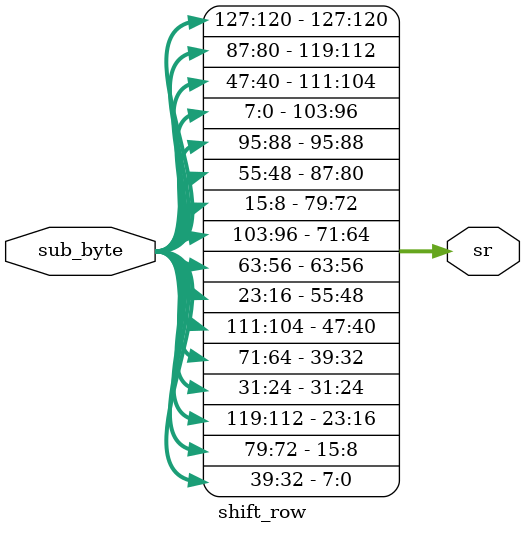
<source format=v>
module shift_row(sub_byte, sr);

input [127:0]sub_byte;
output [127:0] sr;


assign sr[127:120] = sub_byte[127:120];

assign sr[119:112] = sub_byte[87:80];

assign sr[111:104] = sub_byte[47:40];

assign sr[103:96] = sub_byte[7:0];

assign sr[95:88] = sub_byte[95:88];

assign sr[87:80] = sub_byte[55:48];

assign sr[79:72] = sub_byte[15:8];

assign sr[71:64] = sub_byte[103:96];

assign sr[63:56] = sub_byte[63:56];

assign sr[55:48] = sub_byte[23:16];

assign sr[47:40] = sub_byte[111:104];

assign sr[39:32] = sub_byte[71:64];

assign sr[31:24] = sub_byte[31:24];

assign sr[23:16] = sub_byte[119:112];

assign sr[15:8] = sub_byte[79:72];

assign sr[7:0] = sub_byte[39:32];



endmodule
</source>
